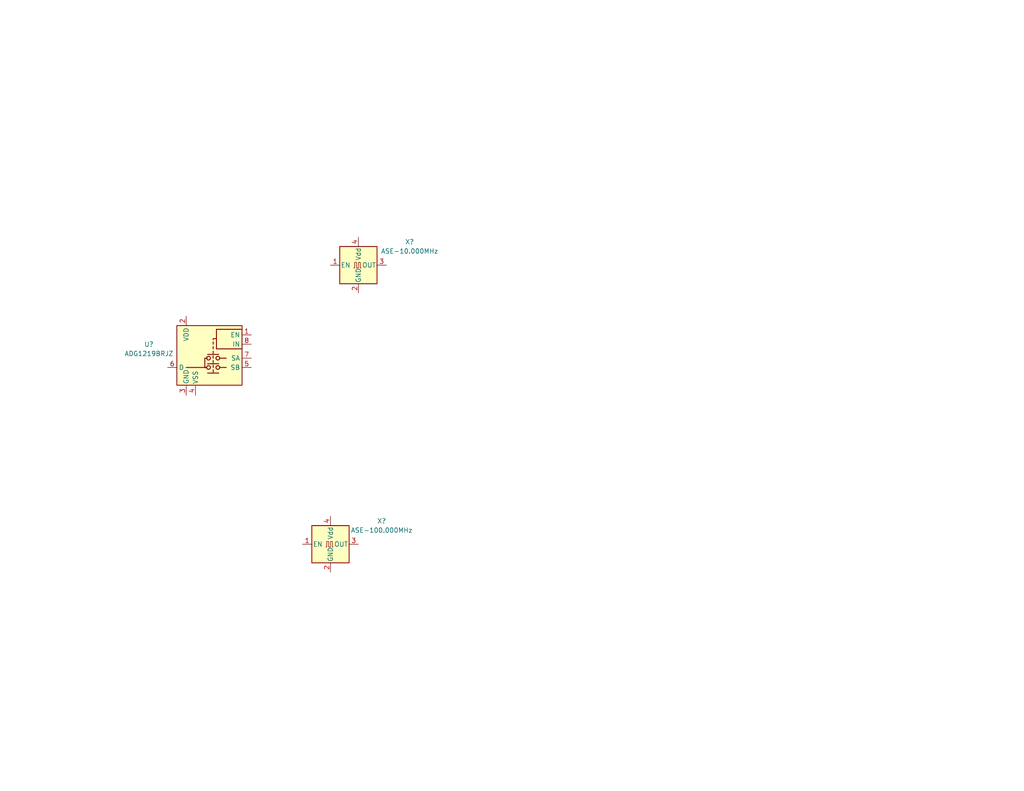
<source format=kicad_sch>
(kicad_sch (version 20231120) (generator "eeschema") (generator_version "8.0")
  (paper "A")
  (title_block (title "ARBITRARY WAVEFORM GENERATOR") (date "2024-09-11") (rev "0.0.1") (company "Tomasz Brzyzek"))
  (lib_symbols
    (symbol "BRZK_MUX:ADG1219BRJZ"
      (property "Reference" "U" (at 10.922 10.668 0))
      (property "Value" "ADG1219BRJZ" (at 10.922 8.636 0))
      (symbol "ADG1219BRJZ_0_1"
        (rectangle (start -7.62 10.414) (end -0.635 5.08) (stroke (width 0.254)))
        (rectangle (start -7.62 11.43) (end 10.16 -4.826) (stroke (width 0.254)) (fill (type background)))
        (circle (center -1.016 0) (radius 0.508) (stroke (width 0.254)))
        (circle (center -1.016 2.54) (radius 0.508) (stroke (width 0.254)))
        (polyline (pts (xy -1.524 0) (xy -3.302 0)) (stroke (width 0.254)))
        (polyline (pts (xy -1.524 2.54) (xy -3.302 2.54)) (stroke (width 0.254)))
        (polyline (pts (xy -1.27 -1.524) (xy 1.778 -1.524)) (stroke (width 0.254)))
        (polyline (pts (xy -1.27 1.016) (xy 1.778 1.016)) (stroke (width 0.254)))
        (polyline (pts (xy -1.27 3.556) (xy 1.778 3.556)) (stroke (width 0.254)))
        (polyline (pts (xy -0.508 7.874) (xy 0.127 7.874)) (stroke (width 0.254)))
        (polyline (pts (xy 0.254 -1.27) (xy 0.254 -0.635)) (stroke (width 0.254)))
        (polyline (pts (xy 0.254 0) (xy 0.254 0.635)) (stroke (width 0.254)))
        (polyline (pts (xy 0.254 1.27) (xy 0.254 1.905)) (stroke (width 0.254)))
        (polyline (pts (xy 0.254 2.54) (xy 0.254 3.175)) (stroke (width 0.254)))
        (polyline (pts (xy 0.254 3.81) (xy 0.254 4.445)) (stroke (width 0.254)))
        (polyline (pts (xy 0.254 5.08) (xy 0.254 5.715)) (stroke (width 0.254)))
        (polyline (pts (xy 0.254 6.35) (xy 0.254 6.985)) (stroke (width 0.254)))
        (polyline (pts (xy 0.254 7.62) (xy 0.254 7.874)) (stroke (width 0.254)))
        (polyline (pts (xy 2.032 0) (xy 2.54 0)) (stroke (width 0.254)))
        (polyline (pts (xy 2.54 0) (xy 7.62 0)) (stroke (width 0.254)))
        (polyline (pts (xy 1.905 2.54) (xy 2.54 2.54) (xy 2.54 0) (xy 2.032 0)) (stroke (width 0.254)))
        (circle (center 1.524 0) (radius 0.508) (stroke (width 0.254)))
        (circle (center 1.524 2.54) (radius 0.508) (stroke (width 0.254)))
      )
      (symbol "ADG1219BRJZ_1_0"
        (pin bidirectional line (at -10.16 2.54 0) (length 2.54) (name "SA") (number "7"))
        (pin input line (at -10.16 6.35 0) (length 2.54) (name "IN") (number "8"))
      )
      (symbol "ADG1219BRJZ_1_1"
        (pin input line (at -10.16 8.89 0) (length 2.54) (name "EN") (number "1"))
        (pin power_in line (at 7.62 13.97 270) (length 2.54) (name "VDD") (number "2"))
        (pin power_in line (at 7.62 -7.62 90) (length 2.54) (name "GND") (number "3"))
        (pin power_in line (at 5.08 -7.62 90) (length 2.54) (name "VSS") (number "4"))
        (pin bidirectional line (at -10.16 0 0) (length 2.54) (name "SB") (number "5"))
        (pin bidirectional line (at 12.7 0 180) (length 2.54) (name "D") (number "6"))
      )
    )
    (symbol "Oscillator:ASE-xxxMHz" (pin_names (offset 0.254))
      (property "Reference" "X" (at -5.08 6.35 0))
      (property "Value" "ASE-xxxMHz" (at 1.27 -6.35 0))
      (symbol "ASE-xxxMHz_0_1"
        (rectangle (start -5.08 5.08) (end 5.08 -5.08) (stroke (width 0.254)) (fill (type background)))
        (polyline (pts (xy -1.27 -0.762) (xy -1.016 -0.762) (xy -1.016 0.762) (xy -0.508 0.762) (xy -0.508 -0.762) (xy 0 -0.762) (xy 0 0.762) (xy 0.508 0.762) (xy 0.508 -0.762) (xy 0.762 -0.762)))
      )
      (symbol "ASE-xxxMHz_1_1"
        (pin input line (at -7.62 0 0) (length 2.54) (name "EN") (number "1"))
        (pin power_in line (at 0 -7.62 90) (length 2.54) (name "GND") (number "2"))
        (pin output line (at 7.62 0 180) (length 2.54) (name "OUT") (number "3"))
        (pin power_in line (at 0 7.62 270) (length 2.54) (name "Vdd") (number "4"))
      )
    )
  )
  (symbol (lib_id "Oscillator:ASE-xxxMHz") (at 97.79 72.39 0) (unit 1)
    (property "Reference" "X?" (at 111.76 66.04 0))
    (property "Value" "ASE-10.000MHz" (at 111.76 68.58 0))
    (property "Footprint" "Oscillator:Oscillator_SMD_Abracon_ASE-4Pin_3.2x2.5mm" (effects (hide yes)))
    (property "Datasheet" "http://www.abracon.com/Oscillators/ASV.pdf" (effects (hide yes)))
    (property "Description" "3.3V CMOS SMD Crystal Clock Oscillator, Abracon" (effects (hide yes)))
  )
  (symbol (lib_id "BRZK_MUX:ADG1219BRJZ") (at 58.42 100.33 0) (mirror y) (unit 1)
    (property "Reference" "U?" (at 40.64 94.0114 0))
    (property "Value" "ADG1219BRJZ" (at 40.64 96.5514 0))
    (property "Footprint" "BRZK_TBD" (effects (hide yes)))
    (property "Datasheet" "https://www.analog.com/media/en/technical-documentation/data-sheets/ADG1219.pdf" (effects (hide yes)))
    (property "Description" "Low Capacitance, Low Charge Injection, ±15 V/12 V iCMOS® SPDT in SOT-23" (effects (hide yes)))
    (property "Part Number" "ADG1219BRJZ" (effects (hide yes)))
  )
  (symbol (lib_id "Oscillator:ASE-xxxMHz") (at 90.17 148.59 0) (unit 1)
    (property "Reference" "X?" (at 104.14 142.24 0))
    (property "Value" "ASE-100.000MHz" (at 104.14 144.78 0))
    (property "Footprint" "Oscillator:Oscillator_SMD_Abracon_ASE-4Pin_3.2x2.5mm" (effects (hide yes)))
    (property "Datasheet" "http://www.abracon.com/Oscillators/ASV.pdf" (effects (hide yes)))
    (property "Description" "3.3V CMOS SMD Crystal Clock Oscillator, Abracon" (effects (hide yes)))
  )
)
</source>
